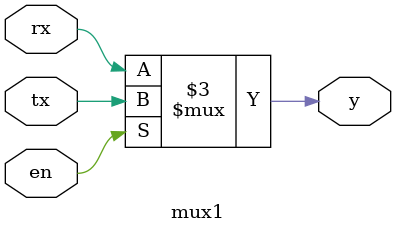
<source format=v>
module mux1 (
input tx,rx,en,
output reg y 
);


always @ (*) 
	begin 
		if (en)
			y = tx;
		else 
			y = rx ;
	end 
	
endmodule 
		

</source>
